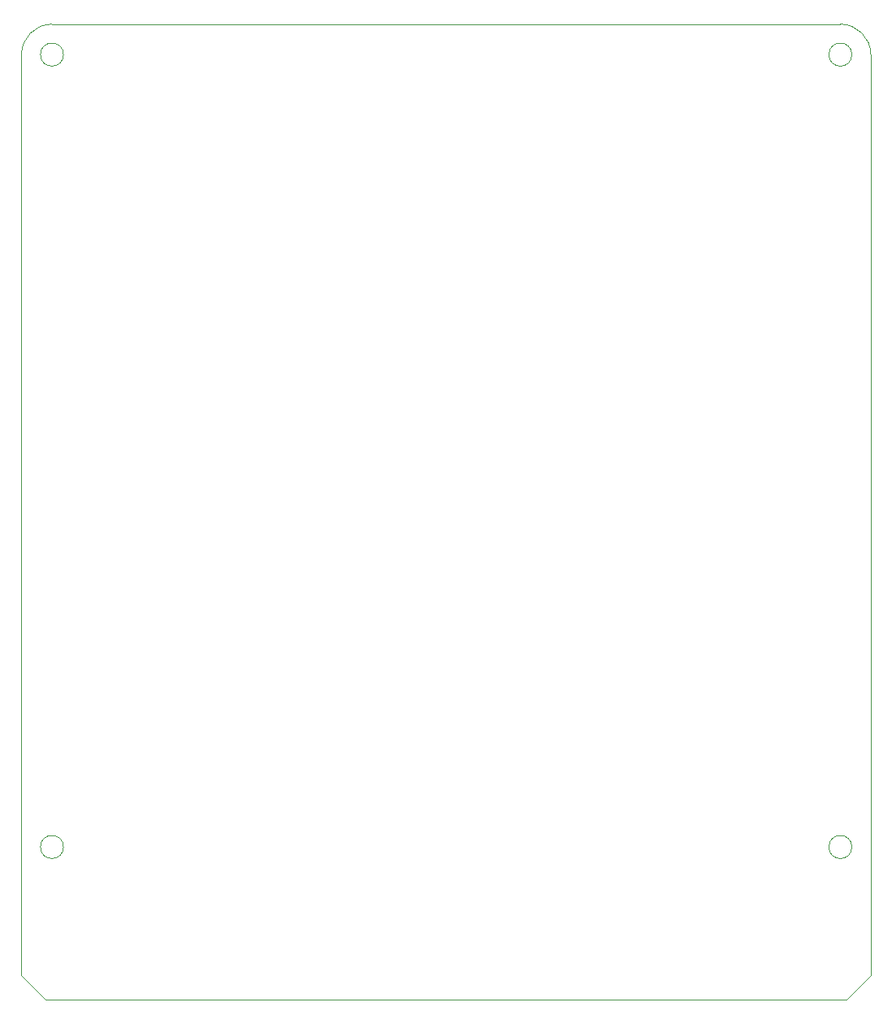
<source format=gbr>
%TF.GenerationSoftware,KiCad,Pcbnew,8.0.4*%
%TF.CreationDate,2025-03-13T14:26:21-04:00*%
%TF.ProjectId,erie_rov_mainboard,65726965-5f72-46f7-965f-6d61696e626f,rev?*%
%TF.SameCoordinates,Original*%
%TF.FileFunction,Profile,NP*%
%FSLAX46Y46*%
G04 Gerber Fmt 4.6, Leading zero omitted, Abs format (unit mm)*
G04 Created by KiCad (PCBNEW 8.0.4) date 2025-03-13 14:26:21*
%MOMM*%
%LPD*%
G01*
G04 APERTURE LIST*
%TA.AperFunction,Profile*%
%ADD10C,0.050800*%
%TD*%
%TA.AperFunction,Profile*%
%ADD11C,0.050000*%
%TD*%
G04 APERTURE END LIST*
D10*
X61715500Y-104775000D02*
G75*
G02*
X59315500Y-104775000I-1200000J0D01*
G01*
X59315500Y-104775000D02*
G75*
G02*
X61715500Y-104775000I1200000J0D01*
G01*
X143884500Y-104775000D02*
G75*
G02*
X141484500Y-104775000I-1200000J0D01*
G01*
X141484500Y-104775000D02*
G75*
G02*
X143884500Y-104775000I1200000J0D01*
G01*
X142684500Y-101600000D02*
X60515500Y-101600000D01*
X145859500Y-195580000D02*
X145859500Y-104775001D01*
X61715500Y-187325000D02*
G75*
G02*
X59315500Y-187325000I-1200000J0D01*
G01*
X59315500Y-187325000D02*
G75*
G02*
X61715500Y-187325000I1200000J0D01*
G01*
X142684500Y-101600000D02*
G75*
G02*
X145859500Y-104775001I0J-3175000D01*
G01*
X143884500Y-187325000D02*
G75*
G02*
X141484500Y-187325000I-1200000J0D01*
G01*
X141484500Y-187325000D02*
G75*
G02*
X143884500Y-187325000I1200000J0D01*
G01*
X57340500Y-104775000D02*
G75*
G02*
X60515500Y-101600000I3175000J0D01*
G01*
X57340500Y-195580000D02*
X57340500Y-104775000D01*
D11*
%TO.C,J1*%
X57340500Y-200660000D02*
X57340500Y-195580000D01*
X59880500Y-203200000D02*
X57340500Y-200660000D01*
X59880500Y-203200000D02*
X143319500Y-203200000D01*
X143319500Y-203200000D02*
X145859500Y-200660000D01*
X145859500Y-200660000D02*
X145859500Y-195580000D01*
%TD*%
M02*

</source>
